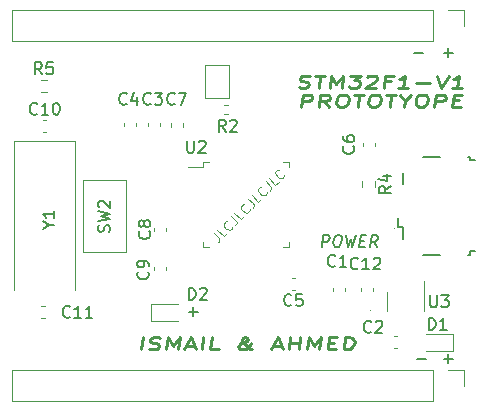
<source format=gbr>
%TF.GenerationSoftware,KiCad,Pcbnew,7.0.5-7.0.5~ubuntu20.04.1*%
%TF.CreationDate,2023-12-02T16:13:28+01:00*%
%TF.ProjectId,ST_prot,53545f70-726f-4742-9e6b-696361645f70,rev?*%
%TF.SameCoordinates,Original*%
%TF.FileFunction,Legend,Top*%
%TF.FilePolarity,Positive*%
%FSLAX46Y46*%
G04 Gerber Fmt 4.6, Leading zero omitted, Abs format (unit mm)*
G04 Created by KiCad (PCBNEW 7.0.5-7.0.5~ubuntu20.04.1) date 2023-12-02 16:13:28*
%MOMM*%
%LPD*%
G01*
G04 APERTURE LIST*
%ADD10C,0.120000*%
%ADD11C,0.150000*%
%ADD12C,0.250000*%
%ADD13C,0.125000*%
G04 APERTURE END LIST*
D10*
X84950000Y-54550000D02*
G75*
G03*
X84950000Y-54550000I-50000J0D01*
G01*
X69773000Y-42164000D02*
G75*
G03*
X69773000Y-42164000I-50000J0D01*
G01*
X86918000Y-47625000D02*
G75*
G03*
X86918000Y-47625000I-50000J0D01*
G01*
D11*
X88773048Y-58673866D02*
X89534953Y-58673866D01*
X69469048Y-54683866D02*
X70230953Y-54683866D01*
X69850000Y-55064819D02*
X69850000Y-54302914D01*
X91059048Y-32763866D02*
X91820953Y-32763866D01*
X91440000Y-33144819D02*
X91440000Y-32382914D01*
D12*
X65451761Y-57853619D02*
X65576761Y-56853619D01*
X66100571Y-57806000D02*
X66308904Y-57853619D01*
X66308904Y-57853619D02*
X66666047Y-57853619D01*
X66666047Y-57853619D02*
X66814857Y-57806000D01*
X66814857Y-57806000D02*
X66892237Y-57758380D01*
X66892237Y-57758380D02*
X66975571Y-57663142D01*
X66975571Y-57663142D02*
X66987476Y-57567904D01*
X66987476Y-57567904D02*
X66927952Y-57472666D01*
X66927952Y-57472666D02*
X66862476Y-57425047D01*
X66862476Y-57425047D02*
X66725571Y-57377428D01*
X66725571Y-57377428D02*
X66445809Y-57329809D01*
X66445809Y-57329809D02*
X66308904Y-57282190D01*
X66308904Y-57282190D02*
X66243428Y-57234571D01*
X66243428Y-57234571D02*
X66183904Y-57139333D01*
X66183904Y-57139333D02*
X66195809Y-57044095D01*
X66195809Y-57044095D02*
X66279142Y-56948857D01*
X66279142Y-56948857D02*
X66356523Y-56901238D01*
X66356523Y-56901238D02*
X66505333Y-56853619D01*
X66505333Y-56853619D02*
X66862476Y-56853619D01*
X66862476Y-56853619D02*
X67070809Y-56901238D01*
X67594618Y-57853619D02*
X67719618Y-56853619D01*
X67719618Y-56853619D02*
X68130332Y-57567904D01*
X68130332Y-57567904D02*
X68719618Y-56853619D01*
X68719618Y-56853619D02*
X68594618Y-57853619D01*
X69273190Y-57567904D02*
X69987475Y-57567904D01*
X69094618Y-57853619D02*
X69719618Y-56853619D01*
X69719618Y-56853619D02*
X70094618Y-57853619D01*
X70594618Y-57853619D02*
X70719618Y-56853619D01*
X72023190Y-57853619D02*
X71308904Y-57853619D01*
X71308904Y-57853619D02*
X71433904Y-56853619D01*
X74880333Y-57853619D02*
X74808904Y-57853619D01*
X74808904Y-57853619D02*
X74671999Y-57806000D01*
X74671999Y-57806000D02*
X74475571Y-57663142D01*
X74475571Y-57663142D02*
X74154142Y-57377428D01*
X74154142Y-57377428D02*
X74029142Y-57234571D01*
X74029142Y-57234571D02*
X73975571Y-57091714D01*
X73975571Y-57091714D02*
X73987476Y-56996476D01*
X73987476Y-56996476D02*
X74070809Y-56901238D01*
X74070809Y-56901238D02*
X74219618Y-56853619D01*
X74219618Y-56853619D02*
X74291047Y-56853619D01*
X74291047Y-56853619D02*
X74427952Y-56901238D01*
X74427952Y-56901238D02*
X74487476Y-56996476D01*
X74487476Y-56996476D02*
X74481523Y-57044095D01*
X74481523Y-57044095D02*
X74398190Y-57139333D01*
X74398190Y-57139333D02*
X74320809Y-57186952D01*
X74320809Y-57186952D02*
X73868428Y-57377428D01*
X73868428Y-57377428D02*
X73791047Y-57425047D01*
X73791047Y-57425047D02*
X73707714Y-57520285D01*
X73707714Y-57520285D02*
X73689857Y-57663142D01*
X73689857Y-57663142D02*
X73749380Y-57758380D01*
X73749380Y-57758380D02*
X73814857Y-57806000D01*
X73814857Y-57806000D02*
X73951761Y-57853619D01*
X73951761Y-57853619D02*
X74166047Y-57853619D01*
X74166047Y-57853619D02*
X74314857Y-57806000D01*
X74314857Y-57806000D02*
X74392237Y-57758380D01*
X74392237Y-57758380D02*
X74630333Y-57567904D01*
X74630333Y-57567904D02*
X74719618Y-57425047D01*
X74719618Y-57425047D02*
X74731523Y-57329809D01*
X76630333Y-57567904D02*
X77344618Y-57567904D01*
X76451761Y-57853619D02*
X77076761Y-56853619D01*
X77076761Y-56853619D02*
X77451761Y-57853619D01*
X77951761Y-57853619D02*
X78076761Y-56853619D01*
X78017237Y-57329809D02*
X78874380Y-57329809D01*
X78808904Y-57853619D02*
X78933904Y-56853619D01*
X79523190Y-57853619D02*
X79648190Y-56853619D01*
X79648190Y-56853619D02*
X80058904Y-57567904D01*
X80058904Y-57567904D02*
X80648190Y-56853619D01*
X80648190Y-56853619D02*
X80523190Y-57853619D01*
X81302952Y-57329809D02*
X81802952Y-57329809D01*
X81951762Y-57853619D02*
X81237476Y-57853619D01*
X81237476Y-57853619D02*
X81362476Y-56853619D01*
X81362476Y-56853619D02*
X82076762Y-56853619D01*
X82594619Y-57853619D02*
X82719619Y-56853619D01*
X82719619Y-56853619D02*
X83076762Y-56853619D01*
X83076762Y-56853619D02*
X83285095Y-56901238D01*
X83285095Y-56901238D02*
X83416048Y-56996476D01*
X83416048Y-56996476D02*
X83475571Y-57091714D01*
X83475571Y-57091714D02*
X83523190Y-57282190D01*
X83523190Y-57282190D02*
X83505333Y-57425047D01*
X83505333Y-57425047D02*
X83410095Y-57615523D01*
X83410095Y-57615523D02*
X83326762Y-57710761D01*
X83326762Y-57710761D02*
X83172000Y-57806000D01*
X83172000Y-57806000D02*
X82951762Y-57853619D01*
X82951762Y-57853619D02*
X82594619Y-57853619D01*
D11*
X88519048Y-32763866D02*
X89280953Y-32763866D01*
X80742523Y-49222819D02*
X80867523Y-48222819D01*
X80867523Y-48222819D02*
X81248476Y-48222819D01*
X81248476Y-48222819D02*
X81337761Y-48270438D01*
X81337761Y-48270438D02*
X81379428Y-48318057D01*
X81379428Y-48318057D02*
X81415142Y-48413295D01*
X81415142Y-48413295D02*
X81397285Y-48556152D01*
X81397285Y-48556152D02*
X81337761Y-48651390D01*
X81337761Y-48651390D02*
X81284190Y-48699009D01*
X81284190Y-48699009D02*
X81183000Y-48746628D01*
X81183000Y-48746628D02*
X80802047Y-48746628D01*
X82058000Y-48222819D02*
X82248476Y-48222819D01*
X82248476Y-48222819D02*
X82337761Y-48270438D01*
X82337761Y-48270438D02*
X82421095Y-48365676D01*
X82421095Y-48365676D02*
X82444904Y-48556152D01*
X82444904Y-48556152D02*
X82403238Y-48889485D01*
X82403238Y-48889485D02*
X82331809Y-49079961D01*
X82331809Y-49079961D02*
X82224666Y-49175200D01*
X82224666Y-49175200D02*
X82123476Y-49222819D01*
X82123476Y-49222819D02*
X81933000Y-49222819D01*
X81933000Y-49222819D02*
X81843714Y-49175200D01*
X81843714Y-49175200D02*
X81760381Y-49079961D01*
X81760381Y-49079961D02*
X81736571Y-48889485D01*
X81736571Y-48889485D02*
X81778238Y-48556152D01*
X81778238Y-48556152D02*
X81849666Y-48365676D01*
X81849666Y-48365676D02*
X81956809Y-48270438D01*
X81956809Y-48270438D02*
X82058000Y-48222819D01*
X82819904Y-48222819D02*
X82933000Y-49222819D01*
X82933000Y-49222819D02*
X83212761Y-48508533D01*
X83212761Y-48508533D02*
X83313952Y-49222819D01*
X83313952Y-49222819D02*
X83677047Y-48222819D01*
X83998476Y-48699009D02*
X84331809Y-48699009D01*
X84409190Y-49222819D02*
X83932999Y-49222819D01*
X83932999Y-49222819D02*
X84057999Y-48222819D01*
X84057999Y-48222819D02*
X84534190Y-48222819D01*
X85409190Y-49222819D02*
X85135380Y-48746628D01*
X84837761Y-49222819D02*
X84962761Y-48222819D01*
X84962761Y-48222819D02*
X85343714Y-48222819D01*
X85343714Y-48222819D02*
X85432999Y-48270438D01*
X85432999Y-48270438D02*
X85474666Y-48318057D01*
X85474666Y-48318057D02*
X85510380Y-48413295D01*
X85510380Y-48413295D02*
X85492523Y-48556152D01*
X85492523Y-48556152D02*
X85432999Y-48651390D01*
X85432999Y-48651390D02*
X85379428Y-48699009D01*
X85379428Y-48699009D02*
X85278238Y-48746628D01*
X85278238Y-48746628D02*
X84897285Y-48746628D01*
D13*
X71627487Y-48024343D02*
X72031548Y-48428404D01*
X72031548Y-48428404D02*
X72085422Y-48536153D01*
X72085422Y-48536153D02*
X72085422Y-48643903D01*
X72085422Y-48643903D02*
X72031548Y-48751653D01*
X72031548Y-48751653D02*
X71977673Y-48805527D01*
X72731920Y-48051280D02*
X72462546Y-48320654D01*
X72462546Y-48320654D02*
X71896861Y-47754969D01*
X73189856Y-47485595D02*
X73189856Y-47539470D01*
X73189856Y-47539470D02*
X73135981Y-47647219D01*
X73135981Y-47647219D02*
X73082106Y-47701094D01*
X73082106Y-47701094D02*
X72974357Y-47754969D01*
X72974357Y-47754969D02*
X72866607Y-47754969D01*
X72866607Y-47754969D02*
X72785795Y-47728031D01*
X72785795Y-47728031D02*
X72651108Y-47647219D01*
X72651108Y-47647219D02*
X72570296Y-47566407D01*
X72570296Y-47566407D02*
X72489484Y-47431720D01*
X72489484Y-47431720D02*
X72462546Y-47350908D01*
X72462546Y-47350908D02*
X72462546Y-47243158D01*
X72462546Y-47243158D02*
X72516421Y-47135409D01*
X72516421Y-47135409D02*
X72570296Y-47081534D01*
X72570296Y-47081534D02*
X72678045Y-47027659D01*
X72678045Y-47027659D02*
X72731920Y-47027659D01*
X73082106Y-46569723D02*
X73486167Y-46973784D01*
X73486167Y-46973784D02*
X73540042Y-47081534D01*
X73540042Y-47081534D02*
X73540042Y-47189283D01*
X73540042Y-47189283D02*
X73486167Y-47297033D01*
X73486167Y-47297033D02*
X73432293Y-47350908D01*
X74186540Y-46596660D02*
X73917166Y-46866034D01*
X73917166Y-46866034D02*
X73351481Y-46300349D01*
X74644476Y-46030975D02*
X74644476Y-46084850D01*
X74644476Y-46084850D02*
X74590601Y-46192599D01*
X74590601Y-46192599D02*
X74536726Y-46246474D01*
X74536726Y-46246474D02*
X74428977Y-46300349D01*
X74428977Y-46300349D02*
X74321227Y-46300349D01*
X74321227Y-46300349D02*
X74240415Y-46273412D01*
X74240415Y-46273412D02*
X74105728Y-46192599D01*
X74105728Y-46192599D02*
X74024916Y-46111787D01*
X74024916Y-46111787D02*
X73944103Y-45977100D01*
X73944103Y-45977100D02*
X73917166Y-45896288D01*
X73917166Y-45896288D02*
X73917166Y-45788538D01*
X73917166Y-45788538D02*
X73971041Y-45680789D01*
X73971041Y-45680789D02*
X74024916Y-45626914D01*
X74024916Y-45626914D02*
X74132665Y-45573039D01*
X74132665Y-45573039D02*
X74186540Y-45573039D01*
X74536726Y-45115103D02*
X74940787Y-45519164D01*
X74940787Y-45519164D02*
X74994662Y-45626914D01*
X74994662Y-45626914D02*
X74994662Y-45734664D01*
X74994662Y-45734664D02*
X74940787Y-45842413D01*
X74940787Y-45842413D02*
X74886912Y-45896288D01*
X75641160Y-45142041D02*
X75371786Y-45411415D01*
X75371786Y-45411415D02*
X74806100Y-44845729D01*
X76099096Y-44576355D02*
X76099096Y-44630230D01*
X76099096Y-44630230D02*
X76045221Y-44737980D01*
X76045221Y-44737980D02*
X75991346Y-44791854D01*
X75991346Y-44791854D02*
X75883596Y-44845729D01*
X75883596Y-44845729D02*
X75775847Y-44845729D01*
X75775847Y-44845729D02*
X75695034Y-44818792D01*
X75695034Y-44818792D02*
X75560347Y-44737980D01*
X75560347Y-44737980D02*
X75479535Y-44657167D01*
X75479535Y-44657167D02*
X75398723Y-44522480D01*
X75398723Y-44522480D02*
X75371786Y-44441668D01*
X75371786Y-44441668D02*
X75371786Y-44333919D01*
X75371786Y-44333919D02*
X75425660Y-44226169D01*
X75425660Y-44226169D02*
X75479535Y-44172294D01*
X75479535Y-44172294D02*
X75587285Y-44118419D01*
X75587285Y-44118419D02*
X75641160Y-44118419D01*
X75991346Y-43660484D02*
X76395407Y-44064545D01*
X76395407Y-44064545D02*
X76449282Y-44172294D01*
X76449282Y-44172294D02*
X76449282Y-44280044D01*
X76449282Y-44280044D02*
X76395407Y-44387793D01*
X76395407Y-44387793D02*
X76341532Y-44441668D01*
X77095779Y-43687421D02*
X76826405Y-43956795D01*
X76826405Y-43956795D02*
X76260720Y-43391109D01*
X77553715Y-43121735D02*
X77553715Y-43175610D01*
X77553715Y-43175610D02*
X77499840Y-43283360D01*
X77499840Y-43283360D02*
X77445966Y-43337235D01*
X77445966Y-43337235D02*
X77338216Y-43391109D01*
X77338216Y-43391109D02*
X77230466Y-43391109D01*
X77230466Y-43391109D02*
X77149654Y-43364172D01*
X77149654Y-43364172D02*
X77014967Y-43283360D01*
X77014967Y-43283360D02*
X76934155Y-43202548D01*
X76934155Y-43202548D02*
X76853343Y-43067861D01*
X76853343Y-43067861D02*
X76826405Y-42987048D01*
X76826405Y-42987048D02*
X76826405Y-42879299D01*
X76826405Y-42879299D02*
X76880280Y-42771549D01*
X76880280Y-42771549D02*
X76934155Y-42717674D01*
X76934155Y-42717674D02*
X77041905Y-42663800D01*
X77041905Y-42663800D02*
X77095779Y-42663800D01*
D11*
X91059048Y-58673866D02*
X91820953Y-58673866D01*
X91440000Y-59054819D02*
X91440000Y-58292914D01*
D12*
X78796430Y-35665000D02*
X79004763Y-35712619D01*
X79004763Y-35712619D02*
X79361906Y-35712619D01*
X79361906Y-35712619D02*
X79510716Y-35665000D01*
X79510716Y-35665000D02*
X79588096Y-35617380D01*
X79588096Y-35617380D02*
X79671430Y-35522142D01*
X79671430Y-35522142D02*
X79683335Y-35426904D01*
X79683335Y-35426904D02*
X79623811Y-35331666D01*
X79623811Y-35331666D02*
X79558335Y-35284047D01*
X79558335Y-35284047D02*
X79421430Y-35236428D01*
X79421430Y-35236428D02*
X79141668Y-35188809D01*
X79141668Y-35188809D02*
X79004763Y-35141190D01*
X79004763Y-35141190D02*
X78939287Y-35093571D01*
X78939287Y-35093571D02*
X78879763Y-34998333D01*
X78879763Y-34998333D02*
X78891668Y-34903095D01*
X78891668Y-34903095D02*
X78975001Y-34807857D01*
X78975001Y-34807857D02*
X79052382Y-34760238D01*
X79052382Y-34760238D02*
X79201192Y-34712619D01*
X79201192Y-34712619D02*
X79558335Y-34712619D01*
X79558335Y-34712619D02*
X79766668Y-34760238D01*
X80201191Y-34712619D02*
X81058334Y-34712619D01*
X80504763Y-35712619D02*
X80629763Y-34712619D01*
X81433334Y-35712619D02*
X81558334Y-34712619D01*
X81558334Y-34712619D02*
X81969048Y-35426904D01*
X81969048Y-35426904D02*
X82558334Y-34712619D01*
X82558334Y-34712619D02*
X82433334Y-35712619D01*
X83129763Y-34712619D02*
X84058334Y-34712619D01*
X84058334Y-34712619D02*
X83510715Y-35093571D01*
X83510715Y-35093571D02*
X83725001Y-35093571D01*
X83725001Y-35093571D02*
X83861906Y-35141190D01*
X83861906Y-35141190D02*
X83927382Y-35188809D01*
X83927382Y-35188809D02*
X83986906Y-35284047D01*
X83986906Y-35284047D02*
X83957144Y-35522142D01*
X83957144Y-35522142D02*
X83873810Y-35617380D01*
X83873810Y-35617380D02*
X83796430Y-35665000D01*
X83796430Y-35665000D02*
X83647620Y-35712619D01*
X83647620Y-35712619D02*
X83219049Y-35712619D01*
X83219049Y-35712619D02*
X83082144Y-35665000D01*
X83082144Y-35665000D02*
X83016668Y-35617380D01*
X84617858Y-34807857D02*
X84695239Y-34760238D01*
X84695239Y-34760238D02*
X84844048Y-34712619D01*
X84844048Y-34712619D02*
X85201191Y-34712619D01*
X85201191Y-34712619D02*
X85338096Y-34760238D01*
X85338096Y-34760238D02*
X85403572Y-34807857D01*
X85403572Y-34807857D02*
X85463096Y-34903095D01*
X85463096Y-34903095D02*
X85451191Y-34998333D01*
X85451191Y-34998333D02*
X85361905Y-35141190D01*
X85361905Y-35141190D02*
X84433334Y-35712619D01*
X84433334Y-35712619D02*
X85361905Y-35712619D01*
X86570238Y-35188809D02*
X86070238Y-35188809D01*
X86004762Y-35712619D02*
X86129762Y-34712619D01*
X86129762Y-34712619D02*
X86844048Y-34712619D01*
X88076190Y-35712619D02*
X87219047Y-35712619D01*
X87647619Y-35712619D02*
X87772619Y-34712619D01*
X87772619Y-34712619D02*
X87611905Y-34855476D01*
X87611905Y-34855476D02*
X87457143Y-34950714D01*
X87457143Y-34950714D02*
X87308333Y-34998333D01*
X88766666Y-35331666D02*
X89909523Y-35331666D01*
X90486904Y-34712619D02*
X90861904Y-35712619D01*
X90861904Y-35712619D02*
X91486904Y-34712619D01*
X92647618Y-35712619D02*
X91790475Y-35712619D01*
X92219047Y-35712619D02*
X92344047Y-34712619D01*
X92344047Y-34712619D02*
X92183333Y-34855476D01*
X92183333Y-34855476D02*
X92028571Y-34950714D01*
X92028571Y-34950714D02*
X91879761Y-34998333D01*
X79004761Y-37322619D02*
X79129761Y-36322619D01*
X79129761Y-36322619D02*
X79701190Y-36322619D01*
X79701190Y-36322619D02*
X79838094Y-36370238D01*
X79838094Y-36370238D02*
X79903571Y-36417857D01*
X79903571Y-36417857D02*
X79963094Y-36513095D01*
X79963094Y-36513095D02*
X79945237Y-36655952D01*
X79945237Y-36655952D02*
X79861904Y-36751190D01*
X79861904Y-36751190D02*
X79784523Y-36798809D01*
X79784523Y-36798809D02*
X79635713Y-36846428D01*
X79635713Y-36846428D02*
X79064285Y-36846428D01*
X81361904Y-37322619D02*
X80921428Y-36846428D01*
X80504761Y-37322619D02*
X80629761Y-36322619D01*
X80629761Y-36322619D02*
X81201190Y-36322619D01*
X81201190Y-36322619D02*
X81338094Y-36370238D01*
X81338094Y-36370238D02*
X81403571Y-36417857D01*
X81403571Y-36417857D02*
X81463094Y-36513095D01*
X81463094Y-36513095D02*
X81445237Y-36655952D01*
X81445237Y-36655952D02*
X81361904Y-36751190D01*
X81361904Y-36751190D02*
X81284523Y-36798809D01*
X81284523Y-36798809D02*
X81135713Y-36846428D01*
X81135713Y-36846428D02*
X80564285Y-36846428D01*
X82415475Y-36322619D02*
X82701190Y-36322619D01*
X82701190Y-36322619D02*
X82838094Y-36370238D01*
X82838094Y-36370238D02*
X82969047Y-36465476D01*
X82969047Y-36465476D02*
X83016666Y-36655952D01*
X83016666Y-36655952D02*
X82974999Y-36989285D01*
X82974999Y-36989285D02*
X82879761Y-37179761D01*
X82879761Y-37179761D02*
X82724999Y-37275000D01*
X82724999Y-37275000D02*
X82576190Y-37322619D01*
X82576190Y-37322619D02*
X82290475Y-37322619D01*
X82290475Y-37322619D02*
X82153571Y-37275000D01*
X82153571Y-37275000D02*
X82022618Y-37179761D01*
X82022618Y-37179761D02*
X81974999Y-36989285D01*
X81974999Y-36989285D02*
X82016666Y-36655952D01*
X82016666Y-36655952D02*
X82111904Y-36465476D01*
X82111904Y-36465476D02*
X82266666Y-36370238D01*
X82266666Y-36370238D02*
X82415475Y-36322619D01*
X83486904Y-36322619D02*
X84344047Y-36322619D01*
X83790476Y-37322619D02*
X83915476Y-36322619D01*
X85129761Y-36322619D02*
X85415476Y-36322619D01*
X85415476Y-36322619D02*
X85552380Y-36370238D01*
X85552380Y-36370238D02*
X85683333Y-36465476D01*
X85683333Y-36465476D02*
X85730952Y-36655952D01*
X85730952Y-36655952D02*
X85689285Y-36989285D01*
X85689285Y-36989285D02*
X85594047Y-37179761D01*
X85594047Y-37179761D02*
X85439285Y-37275000D01*
X85439285Y-37275000D02*
X85290476Y-37322619D01*
X85290476Y-37322619D02*
X85004761Y-37322619D01*
X85004761Y-37322619D02*
X84867857Y-37275000D01*
X84867857Y-37275000D02*
X84736904Y-37179761D01*
X84736904Y-37179761D02*
X84689285Y-36989285D01*
X84689285Y-36989285D02*
X84730952Y-36655952D01*
X84730952Y-36655952D02*
X84826190Y-36465476D01*
X84826190Y-36465476D02*
X84980952Y-36370238D01*
X84980952Y-36370238D02*
X85129761Y-36322619D01*
X86201190Y-36322619D02*
X87058333Y-36322619D01*
X86504762Y-37322619D02*
X86629762Y-36322619D01*
X87778571Y-36846428D02*
X87719047Y-37322619D01*
X87344047Y-36322619D02*
X87778571Y-36846428D01*
X87778571Y-36846428D02*
X88344047Y-36322619D01*
X89129761Y-36322619D02*
X89415476Y-36322619D01*
X89415476Y-36322619D02*
X89552380Y-36370238D01*
X89552380Y-36370238D02*
X89683333Y-36465476D01*
X89683333Y-36465476D02*
X89730952Y-36655952D01*
X89730952Y-36655952D02*
X89689285Y-36989285D01*
X89689285Y-36989285D02*
X89594047Y-37179761D01*
X89594047Y-37179761D02*
X89439285Y-37275000D01*
X89439285Y-37275000D02*
X89290476Y-37322619D01*
X89290476Y-37322619D02*
X89004761Y-37322619D01*
X89004761Y-37322619D02*
X88867857Y-37275000D01*
X88867857Y-37275000D02*
X88736904Y-37179761D01*
X88736904Y-37179761D02*
X88689285Y-36989285D01*
X88689285Y-36989285D02*
X88730952Y-36655952D01*
X88730952Y-36655952D02*
X88826190Y-36465476D01*
X88826190Y-36465476D02*
X88980952Y-36370238D01*
X88980952Y-36370238D02*
X89129761Y-36322619D01*
X90290476Y-37322619D02*
X90415476Y-36322619D01*
X90415476Y-36322619D02*
X90986905Y-36322619D01*
X90986905Y-36322619D02*
X91123809Y-36370238D01*
X91123809Y-36370238D02*
X91189286Y-36417857D01*
X91189286Y-36417857D02*
X91248809Y-36513095D01*
X91248809Y-36513095D02*
X91230952Y-36655952D01*
X91230952Y-36655952D02*
X91147619Y-36751190D01*
X91147619Y-36751190D02*
X91070238Y-36798809D01*
X91070238Y-36798809D02*
X90921428Y-36846428D01*
X90921428Y-36846428D02*
X90350000Y-36846428D01*
X91855952Y-36798809D02*
X92355952Y-36798809D01*
X92504762Y-37322619D02*
X91790476Y-37322619D01*
X91790476Y-37322619D02*
X91915476Y-36322619D01*
X91915476Y-36322619D02*
X92629762Y-36322619D01*
D11*
%TO.C,C1*%
X81875333Y-50778580D02*
X81827714Y-50826200D01*
X81827714Y-50826200D02*
X81684857Y-50873819D01*
X81684857Y-50873819D02*
X81589619Y-50873819D01*
X81589619Y-50873819D02*
X81446762Y-50826200D01*
X81446762Y-50826200D02*
X81351524Y-50730961D01*
X81351524Y-50730961D02*
X81303905Y-50635723D01*
X81303905Y-50635723D02*
X81256286Y-50445247D01*
X81256286Y-50445247D02*
X81256286Y-50302390D01*
X81256286Y-50302390D02*
X81303905Y-50111914D01*
X81303905Y-50111914D02*
X81351524Y-50016676D01*
X81351524Y-50016676D02*
X81446762Y-49921438D01*
X81446762Y-49921438D02*
X81589619Y-49873819D01*
X81589619Y-49873819D02*
X81684857Y-49873819D01*
X81684857Y-49873819D02*
X81827714Y-49921438D01*
X81827714Y-49921438D02*
X81875333Y-49969057D01*
X82827714Y-50873819D02*
X82256286Y-50873819D01*
X82542000Y-50873819D02*
X82542000Y-49873819D01*
X82542000Y-49873819D02*
X82446762Y-50016676D01*
X82446762Y-50016676D02*
X82351524Y-50111914D01*
X82351524Y-50111914D02*
X82256286Y-50159533D01*
%TO.C,C2*%
X84923333Y-56366580D02*
X84875714Y-56414200D01*
X84875714Y-56414200D02*
X84732857Y-56461819D01*
X84732857Y-56461819D02*
X84637619Y-56461819D01*
X84637619Y-56461819D02*
X84494762Y-56414200D01*
X84494762Y-56414200D02*
X84399524Y-56318961D01*
X84399524Y-56318961D02*
X84351905Y-56223723D01*
X84351905Y-56223723D02*
X84304286Y-56033247D01*
X84304286Y-56033247D02*
X84304286Y-55890390D01*
X84304286Y-55890390D02*
X84351905Y-55699914D01*
X84351905Y-55699914D02*
X84399524Y-55604676D01*
X84399524Y-55604676D02*
X84494762Y-55509438D01*
X84494762Y-55509438D02*
X84637619Y-55461819D01*
X84637619Y-55461819D02*
X84732857Y-55461819D01*
X84732857Y-55461819D02*
X84875714Y-55509438D01*
X84875714Y-55509438D02*
X84923333Y-55557057D01*
X85304286Y-55557057D02*
X85351905Y-55509438D01*
X85351905Y-55509438D02*
X85447143Y-55461819D01*
X85447143Y-55461819D02*
X85685238Y-55461819D01*
X85685238Y-55461819D02*
X85780476Y-55509438D01*
X85780476Y-55509438D02*
X85828095Y-55557057D01*
X85828095Y-55557057D02*
X85875714Y-55652295D01*
X85875714Y-55652295D02*
X85875714Y-55747533D01*
X85875714Y-55747533D02*
X85828095Y-55890390D01*
X85828095Y-55890390D02*
X85256667Y-56461819D01*
X85256667Y-56461819D02*
X85875714Y-56461819D01*
%TO.C,C3*%
X66254333Y-37062580D02*
X66206714Y-37110200D01*
X66206714Y-37110200D02*
X66063857Y-37157819D01*
X66063857Y-37157819D02*
X65968619Y-37157819D01*
X65968619Y-37157819D02*
X65825762Y-37110200D01*
X65825762Y-37110200D02*
X65730524Y-37014961D01*
X65730524Y-37014961D02*
X65682905Y-36919723D01*
X65682905Y-36919723D02*
X65635286Y-36729247D01*
X65635286Y-36729247D02*
X65635286Y-36586390D01*
X65635286Y-36586390D02*
X65682905Y-36395914D01*
X65682905Y-36395914D02*
X65730524Y-36300676D01*
X65730524Y-36300676D02*
X65825762Y-36205438D01*
X65825762Y-36205438D02*
X65968619Y-36157819D01*
X65968619Y-36157819D02*
X66063857Y-36157819D01*
X66063857Y-36157819D02*
X66206714Y-36205438D01*
X66206714Y-36205438D02*
X66254333Y-36253057D01*
X66587667Y-36157819D02*
X67206714Y-36157819D01*
X67206714Y-36157819D02*
X66873381Y-36538771D01*
X66873381Y-36538771D02*
X67016238Y-36538771D01*
X67016238Y-36538771D02*
X67111476Y-36586390D01*
X67111476Y-36586390D02*
X67159095Y-36634009D01*
X67159095Y-36634009D02*
X67206714Y-36729247D01*
X67206714Y-36729247D02*
X67206714Y-36967342D01*
X67206714Y-36967342D02*
X67159095Y-37062580D01*
X67159095Y-37062580D02*
X67111476Y-37110200D01*
X67111476Y-37110200D02*
X67016238Y-37157819D01*
X67016238Y-37157819D02*
X66730524Y-37157819D01*
X66730524Y-37157819D02*
X66635286Y-37110200D01*
X66635286Y-37110200D02*
X66587667Y-37062580D01*
%TO.C,C4*%
X64222333Y-37062580D02*
X64174714Y-37110200D01*
X64174714Y-37110200D02*
X64031857Y-37157819D01*
X64031857Y-37157819D02*
X63936619Y-37157819D01*
X63936619Y-37157819D02*
X63793762Y-37110200D01*
X63793762Y-37110200D02*
X63698524Y-37014961D01*
X63698524Y-37014961D02*
X63650905Y-36919723D01*
X63650905Y-36919723D02*
X63603286Y-36729247D01*
X63603286Y-36729247D02*
X63603286Y-36586390D01*
X63603286Y-36586390D02*
X63650905Y-36395914D01*
X63650905Y-36395914D02*
X63698524Y-36300676D01*
X63698524Y-36300676D02*
X63793762Y-36205438D01*
X63793762Y-36205438D02*
X63936619Y-36157819D01*
X63936619Y-36157819D02*
X64031857Y-36157819D01*
X64031857Y-36157819D02*
X64174714Y-36205438D01*
X64174714Y-36205438D02*
X64222333Y-36253057D01*
X65079476Y-36491152D02*
X65079476Y-37157819D01*
X64841381Y-36110200D02*
X64603286Y-36824485D01*
X64603286Y-36824485D02*
X65222333Y-36824485D01*
%TO.C,C5*%
X78179333Y-54113580D02*
X78131714Y-54161200D01*
X78131714Y-54161200D02*
X77988857Y-54208819D01*
X77988857Y-54208819D02*
X77893619Y-54208819D01*
X77893619Y-54208819D02*
X77750762Y-54161200D01*
X77750762Y-54161200D02*
X77655524Y-54065961D01*
X77655524Y-54065961D02*
X77607905Y-53970723D01*
X77607905Y-53970723D02*
X77560286Y-53780247D01*
X77560286Y-53780247D02*
X77560286Y-53637390D01*
X77560286Y-53637390D02*
X77607905Y-53446914D01*
X77607905Y-53446914D02*
X77655524Y-53351676D01*
X77655524Y-53351676D02*
X77750762Y-53256438D01*
X77750762Y-53256438D02*
X77893619Y-53208819D01*
X77893619Y-53208819D02*
X77988857Y-53208819D01*
X77988857Y-53208819D02*
X78131714Y-53256438D01*
X78131714Y-53256438D02*
X78179333Y-53304057D01*
X79084095Y-53208819D02*
X78607905Y-53208819D01*
X78607905Y-53208819D02*
X78560286Y-53685009D01*
X78560286Y-53685009D02*
X78607905Y-53637390D01*
X78607905Y-53637390D02*
X78703143Y-53589771D01*
X78703143Y-53589771D02*
X78941238Y-53589771D01*
X78941238Y-53589771D02*
X79036476Y-53637390D01*
X79036476Y-53637390D02*
X79084095Y-53685009D01*
X79084095Y-53685009D02*
X79131714Y-53780247D01*
X79131714Y-53780247D02*
X79131714Y-54018342D01*
X79131714Y-54018342D02*
X79084095Y-54113580D01*
X79084095Y-54113580D02*
X79036476Y-54161200D01*
X79036476Y-54161200D02*
X78941238Y-54208819D01*
X78941238Y-54208819D02*
X78703143Y-54208819D01*
X78703143Y-54208819D02*
X78607905Y-54161200D01*
X78607905Y-54161200D02*
X78560286Y-54113580D01*
%TO.C,C6*%
X83417580Y-40679666D02*
X83465200Y-40727285D01*
X83465200Y-40727285D02*
X83512819Y-40870142D01*
X83512819Y-40870142D02*
X83512819Y-40965380D01*
X83512819Y-40965380D02*
X83465200Y-41108237D01*
X83465200Y-41108237D02*
X83369961Y-41203475D01*
X83369961Y-41203475D02*
X83274723Y-41251094D01*
X83274723Y-41251094D02*
X83084247Y-41298713D01*
X83084247Y-41298713D02*
X82941390Y-41298713D01*
X82941390Y-41298713D02*
X82750914Y-41251094D01*
X82750914Y-41251094D02*
X82655676Y-41203475D01*
X82655676Y-41203475D02*
X82560438Y-41108237D01*
X82560438Y-41108237D02*
X82512819Y-40965380D01*
X82512819Y-40965380D02*
X82512819Y-40870142D01*
X82512819Y-40870142D02*
X82560438Y-40727285D01*
X82560438Y-40727285D02*
X82608057Y-40679666D01*
X82512819Y-39822523D02*
X82512819Y-40012999D01*
X82512819Y-40012999D02*
X82560438Y-40108237D01*
X82560438Y-40108237D02*
X82608057Y-40155856D01*
X82608057Y-40155856D02*
X82750914Y-40251094D01*
X82750914Y-40251094D02*
X82941390Y-40298713D01*
X82941390Y-40298713D02*
X83322342Y-40298713D01*
X83322342Y-40298713D02*
X83417580Y-40251094D01*
X83417580Y-40251094D02*
X83465200Y-40203475D01*
X83465200Y-40203475D02*
X83512819Y-40108237D01*
X83512819Y-40108237D02*
X83512819Y-39917761D01*
X83512819Y-39917761D02*
X83465200Y-39822523D01*
X83465200Y-39822523D02*
X83417580Y-39774904D01*
X83417580Y-39774904D02*
X83322342Y-39727285D01*
X83322342Y-39727285D02*
X83084247Y-39727285D01*
X83084247Y-39727285D02*
X82989009Y-39774904D01*
X82989009Y-39774904D02*
X82941390Y-39822523D01*
X82941390Y-39822523D02*
X82893771Y-39917761D01*
X82893771Y-39917761D02*
X82893771Y-40108237D01*
X82893771Y-40108237D02*
X82941390Y-40203475D01*
X82941390Y-40203475D02*
X82989009Y-40251094D01*
X82989009Y-40251094D02*
X83084247Y-40298713D01*
%TO.C,C7*%
X68286333Y-37062580D02*
X68238714Y-37110200D01*
X68238714Y-37110200D02*
X68095857Y-37157819D01*
X68095857Y-37157819D02*
X68000619Y-37157819D01*
X68000619Y-37157819D02*
X67857762Y-37110200D01*
X67857762Y-37110200D02*
X67762524Y-37014961D01*
X67762524Y-37014961D02*
X67714905Y-36919723D01*
X67714905Y-36919723D02*
X67667286Y-36729247D01*
X67667286Y-36729247D02*
X67667286Y-36586390D01*
X67667286Y-36586390D02*
X67714905Y-36395914D01*
X67714905Y-36395914D02*
X67762524Y-36300676D01*
X67762524Y-36300676D02*
X67857762Y-36205438D01*
X67857762Y-36205438D02*
X68000619Y-36157819D01*
X68000619Y-36157819D02*
X68095857Y-36157819D01*
X68095857Y-36157819D02*
X68238714Y-36205438D01*
X68238714Y-36205438D02*
X68286333Y-36253057D01*
X68619667Y-36157819D02*
X69286333Y-36157819D01*
X69286333Y-36157819D02*
X68857762Y-37157819D01*
%TO.C,C8*%
X66145580Y-47892666D02*
X66193200Y-47940285D01*
X66193200Y-47940285D02*
X66240819Y-48083142D01*
X66240819Y-48083142D02*
X66240819Y-48178380D01*
X66240819Y-48178380D02*
X66193200Y-48321237D01*
X66193200Y-48321237D02*
X66097961Y-48416475D01*
X66097961Y-48416475D02*
X66002723Y-48464094D01*
X66002723Y-48464094D02*
X65812247Y-48511713D01*
X65812247Y-48511713D02*
X65669390Y-48511713D01*
X65669390Y-48511713D02*
X65478914Y-48464094D01*
X65478914Y-48464094D02*
X65383676Y-48416475D01*
X65383676Y-48416475D02*
X65288438Y-48321237D01*
X65288438Y-48321237D02*
X65240819Y-48178380D01*
X65240819Y-48178380D02*
X65240819Y-48083142D01*
X65240819Y-48083142D02*
X65288438Y-47940285D01*
X65288438Y-47940285D02*
X65336057Y-47892666D01*
X65669390Y-47321237D02*
X65621771Y-47416475D01*
X65621771Y-47416475D02*
X65574152Y-47464094D01*
X65574152Y-47464094D02*
X65478914Y-47511713D01*
X65478914Y-47511713D02*
X65431295Y-47511713D01*
X65431295Y-47511713D02*
X65336057Y-47464094D01*
X65336057Y-47464094D02*
X65288438Y-47416475D01*
X65288438Y-47416475D02*
X65240819Y-47321237D01*
X65240819Y-47321237D02*
X65240819Y-47130761D01*
X65240819Y-47130761D02*
X65288438Y-47035523D01*
X65288438Y-47035523D02*
X65336057Y-46987904D01*
X65336057Y-46987904D02*
X65431295Y-46940285D01*
X65431295Y-46940285D02*
X65478914Y-46940285D01*
X65478914Y-46940285D02*
X65574152Y-46987904D01*
X65574152Y-46987904D02*
X65621771Y-47035523D01*
X65621771Y-47035523D02*
X65669390Y-47130761D01*
X65669390Y-47130761D02*
X65669390Y-47321237D01*
X65669390Y-47321237D02*
X65717009Y-47416475D01*
X65717009Y-47416475D02*
X65764628Y-47464094D01*
X65764628Y-47464094D02*
X65859866Y-47511713D01*
X65859866Y-47511713D02*
X66050342Y-47511713D01*
X66050342Y-47511713D02*
X66145580Y-47464094D01*
X66145580Y-47464094D02*
X66193200Y-47416475D01*
X66193200Y-47416475D02*
X66240819Y-47321237D01*
X66240819Y-47321237D02*
X66240819Y-47130761D01*
X66240819Y-47130761D02*
X66193200Y-47035523D01*
X66193200Y-47035523D02*
X66145580Y-46987904D01*
X66145580Y-46987904D02*
X66050342Y-46940285D01*
X66050342Y-46940285D02*
X65859866Y-46940285D01*
X65859866Y-46940285D02*
X65764628Y-46987904D01*
X65764628Y-46987904D02*
X65717009Y-47035523D01*
X65717009Y-47035523D02*
X65669390Y-47130761D01*
%TO.C,C10*%
X56647142Y-37918580D02*
X56599523Y-37966200D01*
X56599523Y-37966200D02*
X56456666Y-38013819D01*
X56456666Y-38013819D02*
X56361428Y-38013819D01*
X56361428Y-38013819D02*
X56218571Y-37966200D01*
X56218571Y-37966200D02*
X56123333Y-37870961D01*
X56123333Y-37870961D02*
X56075714Y-37775723D01*
X56075714Y-37775723D02*
X56028095Y-37585247D01*
X56028095Y-37585247D02*
X56028095Y-37442390D01*
X56028095Y-37442390D02*
X56075714Y-37251914D01*
X56075714Y-37251914D02*
X56123333Y-37156676D01*
X56123333Y-37156676D02*
X56218571Y-37061438D01*
X56218571Y-37061438D02*
X56361428Y-37013819D01*
X56361428Y-37013819D02*
X56456666Y-37013819D01*
X56456666Y-37013819D02*
X56599523Y-37061438D01*
X56599523Y-37061438D02*
X56647142Y-37109057D01*
X57599523Y-38013819D02*
X57028095Y-38013819D01*
X57313809Y-38013819D02*
X57313809Y-37013819D01*
X57313809Y-37013819D02*
X57218571Y-37156676D01*
X57218571Y-37156676D02*
X57123333Y-37251914D01*
X57123333Y-37251914D02*
X57028095Y-37299533D01*
X58218571Y-37013819D02*
X58313809Y-37013819D01*
X58313809Y-37013819D02*
X58409047Y-37061438D01*
X58409047Y-37061438D02*
X58456666Y-37109057D01*
X58456666Y-37109057D02*
X58504285Y-37204295D01*
X58504285Y-37204295D02*
X58551904Y-37394771D01*
X58551904Y-37394771D02*
X58551904Y-37632866D01*
X58551904Y-37632866D02*
X58504285Y-37823342D01*
X58504285Y-37823342D02*
X58456666Y-37918580D01*
X58456666Y-37918580D02*
X58409047Y-37966200D01*
X58409047Y-37966200D02*
X58313809Y-38013819D01*
X58313809Y-38013819D02*
X58218571Y-38013819D01*
X58218571Y-38013819D02*
X58123333Y-37966200D01*
X58123333Y-37966200D02*
X58075714Y-37918580D01*
X58075714Y-37918580D02*
X58028095Y-37823342D01*
X58028095Y-37823342D02*
X57980476Y-37632866D01*
X57980476Y-37632866D02*
X57980476Y-37394771D01*
X57980476Y-37394771D02*
X58028095Y-37204295D01*
X58028095Y-37204295D02*
X58075714Y-37109057D01*
X58075714Y-37109057D02*
X58123333Y-37061438D01*
X58123333Y-37061438D02*
X58218571Y-37013819D01*
%TO.C,C11*%
X59428142Y-55096580D02*
X59380523Y-55144200D01*
X59380523Y-55144200D02*
X59237666Y-55191819D01*
X59237666Y-55191819D02*
X59142428Y-55191819D01*
X59142428Y-55191819D02*
X58999571Y-55144200D01*
X58999571Y-55144200D02*
X58904333Y-55048961D01*
X58904333Y-55048961D02*
X58856714Y-54953723D01*
X58856714Y-54953723D02*
X58809095Y-54763247D01*
X58809095Y-54763247D02*
X58809095Y-54620390D01*
X58809095Y-54620390D02*
X58856714Y-54429914D01*
X58856714Y-54429914D02*
X58904333Y-54334676D01*
X58904333Y-54334676D02*
X58999571Y-54239438D01*
X58999571Y-54239438D02*
X59142428Y-54191819D01*
X59142428Y-54191819D02*
X59237666Y-54191819D01*
X59237666Y-54191819D02*
X59380523Y-54239438D01*
X59380523Y-54239438D02*
X59428142Y-54287057D01*
X60380523Y-55191819D02*
X59809095Y-55191819D01*
X60094809Y-55191819D02*
X60094809Y-54191819D01*
X60094809Y-54191819D02*
X59999571Y-54334676D01*
X59999571Y-54334676D02*
X59904333Y-54429914D01*
X59904333Y-54429914D02*
X59809095Y-54477533D01*
X61332904Y-55191819D02*
X60761476Y-55191819D01*
X61047190Y-55191819D02*
X61047190Y-54191819D01*
X61047190Y-54191819D02*
X60951952Y-54334676D01*
X60951952Y-54334676D02*
X60856714Y-54429914D01*
X60856714Y-54429914D02*
X60761476Y-54477533D01*
%TO.C,D1*%
X89812905Y-56207819D02*
X89812905Y-55207819D01*
X89812905Y-55207819D02*
X90051000Y-55207819D01*
X90051000Y-55207819D02*
X90193857Y-55255438D01*
X90193857Y-55255438D02*
X90289095Y-55350676D01*
X90289095Y-55350676D02*
X90336714Y-55445914D01*
X90336714Y-55445914D02*
X90384333Y-55636390D01*
X90384333Y-55636390D02*
X90384333Y-55779247D01*
X90384333Y-55779247D02*
X90336714Y-55969723D01*
X90336714Y-55969723D02*
X90289095Y-56064961D01*
X90289095Y-56064961D02*
X90193857Y-56160200D01*
X90193857Y-56160200D02*
X90051000Y-56207819D01*
X90051000Y-56207819D02*
X89812905Y-56207819D01*
X91336714Y-56207819D02*
X90765286Y-56207819D01*
X91051000Y-56207819D02*
X91051000Y-55207819D01*
X91051000Y-55207819D02*
X90955762Y-55350676D01*
X90955762Y-55350676D02*
X90860524Y-55445914D01*
X90860524Y-55445914D02*
X90765286Y-55493533D01*
%TO.C,D2*%
X69492905Y-53667819D02*
X69492905Y-52667819D01*
X69492905Y-52667819D02*
X69731000Y-52667819D01*
X69731000Y-52667819D02*
X69873857Y-52715438D01*
X69873857Y-52715438D02*
X69969095Y-52810676D01*
X69969095Y-52810676D02*
X70016714Y-52905914D01*
X70016714Y-52905914D02*
X70064333Y-53096390D01*
X70064333Y-53096390D02*
X70064333Y-53239247D01*
X70064333Y-53239247D02*
X70016714Y-53429723D01*
X70016714Y-53429723D02*
X69969095Y-53524961D01*
X69969095Y-53524961D02*
X69873857Y-53620200D01*
X69873857Y-53620200D02*
X69731000Y-53667819D01*
X69731000Y-53667819D02*
X69492905Y-53667819D01*
X70445286Y-52763057D02*
X70492905Y-52715438D01*
X70492905Y-52715438D02*
X70588143Y-52667819D01*
X70588143Y-52667819D02*
X70826238Y-52667819D01*
X70826238Y-52667819D02*
X70921476Y-52715438D01*
X70921476Y-52715438D02*
X70969095Y-52763057D01*
X70969095Y-52763057D02*
X71016714Y-52858295D01*
X71016714Y-52858295D02*
X71016714Y-52953533D01*
X71016714Y-52953533D02*
X70969095Y-53096390D01*
X70969095Y-53096390D02*
X70397667Y-53667819D01*
X70397667Y-53667819D02*
X71016714Y-53667819D01*
%TO.C,R2*%
X72606333Y-39443819D02*
X72273000Y-38967628D01*
X72034905Y-39443819D02*
X72034905Y-38443819D01*
X72034905Y-38443819D02*
X72415857Y-38443819D01*
X72415857Y-38443819D02*
X72511095Y-38491438D01*
X72511095Y-38491438D02*
X72558714Y-38539057D01*
X72558714Y-38539057D02*
X72606333Y-38634295D01*
X72606333Y-38634295D02*
X72606333Y-38777152D01*
X72606333Y-38777152D02*
X72558714Y-38872390D01*
X72558714Y-38872390D02*
X72511095Y-38920009D01*
X72511095Y-38920009D02*
X72415857Y-38967628D01*
X72415857Y-38967628D02*
X72034905Y-38967628D01*
X72987286Y-38539057D02*
X73034905Y-38491438D01*
X73034905Y-38491438D02*
X73130143Y-38443819D01*
X73130143Y-38443819D02*
X73368238Y-38443819D01*
X73368238Y-38443819D02*
X73463476Y-38491438D01*
X73463476Y-38491438D02*
X73511095Y-38539057D01*
X73511095Y-38539057D02*
X73558714Y-38634295D01*
X73558714Y-38634295D02*
X73558714Y-38729533D01*
X73558714Y-38729533D02*
X73511095Y-38872390D01*
X73511095Y-38872390D02*
X72939667Y-39443819D01*
X72939667Y-39443819D02*
X73558714Y-39443819D01*
%TO.C,U2*%
X69342095Y-40221819D02*
X69342095Y-41031342D01*
X69342095Y-41031342D02*
X69389714Y-41126580D01*
X69389714Y-41126580D02*
X69437333Y-41174200D01*
X69437333Y-41174200D02*
X69532571Y-41221819D01*
X69532571Y-41221819D02*
X69723047Y-41221819D01*
X69723047Y-41221819D02*
X69818285Y-41174200D01*
X69818285Y-41174200D02*
X69865904Y-41126580D01*
X69865904Y-41126580D02*
X69913523Y-41031342D01*
X69913523Y-41031342D02*
X69913523Y-40221819D01*
X70342095Y-40317057D02*
X70389714Y-40269438D01*
X70389714Y-40269438D02*
X70484952Y-40221819D01*
X70484952Y-40221819D02*
X70723047Y-40221819D01*
X70723047Y-40221819D02*
X70818285Y-40269438D01*
X70818285Y-40269438D02*
X70865904Y-40317057D01*
X70865904Y-40317057D02*
X70913523Y-40412295D01*
X70913523Y-40412295D02*
X70913523Y-40507533D01*
X70913523Y-40507533D02*
X70865904Y-40650390D01*
X70865904Y-40650390D02*
X70294476Y-41221819D01*
X70294476Y-41221819D02*
X70913523Y-41221819D01*
%TO.C,Y1*%
X57636628Y-47339190D02*
X58112819Y-47339190D01*
X57112819Y-47672523D02*
X57636628Y-47339190D01*
X57636628Y-47339190D02*
X57112819Y-47005857D01*
X58112819Y-46148714D02*
X58112819Y-46720142D01*
X58112819Y-46434428D02*
X57112819Y-46434428D01*
X57112819Y-46434428D02*
X57255676Y-46529666D01*
X57255676Y-46529666D02*
X57350914Y-46624904D01*
X57350914Y-46624904D02*
X57398533Y-46720142D01*
%TO.C,C9*%
X66018580Y-51321666D02*
X66066200Y-51369285D01*
X66066200Y-51369285D02*
X66113819Y-51512142D01*
X66113819Y-51512142D02*
X66113819Y-51607380D01*
X66113819Y-51607380D02*
X66066200Y-51750237D01*
X66066200Y-51750237D02*
X65970961Y-51845475D01*
X65970961Y-51845475D02*
X65875723Y-51893094D01*
X65875723Y-51893094D02*
X65685247Y-51940713D01*
X65685247Y-51940713D02*
X65542390Y-51940713D01*
X65542390Y-51940713D02*
X65351914Y-51893094D01*
X65351914Y-51893094D02*
X65256676Y-51845475D01*
X65256676Y-51845475D02*
X65161438Y-51750237D01*
X65161438Y-51750237D02*
X65113819Y-51607380D01*
X65113819Y-51607380D02*
X65113819Y-51512142D01*
X65113819Y-51512142D02*
X65161438Y-51369285D01*
X65161438Y-51369285D02*
X65209057Y-51321666D01*
X66113819Y-50845475D02*
X66113819Y-50654999D01*
X66113819Y-50654999D02*
X66066200Y-50559761D01*
X66066200Y-50559761D02*
X66018580Y-50512142D01*
X66018580Y-50512142D02*
X65875723Y-50416904D01*
X65875723Y-50416904D02*
X65685247Y-50369285D01*
X65685247Y-50369285D02*
X65304295Y-50369285D01*
X65304295Y-50369285D02*
X65209057Y-50416904D01*
X65209057Y-50416904D02*
X65161438Y-50464523D01*
X65161438Y-50464523D02*
X65113819Y-50559761D01*
X65113819Y-50559761D02*
X65113819Y-50750237D01*
X65113819Y-50750237D02*
X65161438Y-50845475D01*
X65161438Y-50845475D02*
X65209057Y-50893094D01*
X65209057Y-50893094D02*
X65304295Y-50940713D01*
X65304295Y-50940713D02*
X65542390Y-50940713D01*
X65542390Y-50940713D02*
X65637628Y-50893094D01*
X65637628Y-50893094D02*
X65685247Y-50845475D01*
X65685247Y-50845475D02*
X65732866Y-50750237D01*
X65732866Y-50750237D02*
X65732866Y-50559761D01*
X65732866Y-50559761D02*
X65685247Y-50464523D01*
X65685247Y-50464523D02*
X65637628Y-50416904D01*
X65637628Y-50416904D02*
X65542390Y-50369285D01*
%TO.C,R4*%
X86593819Y-44044666D02*
X86117628Y-44377999D01*
X86593819Y-44616094D02*
X85593819Y-44616094D01*
X85593819Y-44616094D02*
X85593819Y-44235142D01*
X85593819Y-44235142D02*
X85641438Y-44139904D01*
X85641438Y-44139904D02*
X85689057Y-44092285D01*
X85689057Y-44092285D02*
X85784295Y-44044666D01*
X85784295Y-44044666D02*
X85927152Y-44044666D01*
X85927152Y-44044666D02*
X86022390Y-44092285D01*
X86022390Y-44092285D02*
X86070009Y-44139904D01*
X86070009Y-44139904D02*
X86117628Y-44235142D01*
X86117628Y-44235142D02*
X86117628Y-44616094D01*
X85927152Y-43187523D02*
X86593819Y-43187523D01*
X85546200Y-43425618D02*
X86260485Y-43663713D01*
X86260485Y-43663713D02*
X86260485Y-43044666D01*
%TO.C,C12*%
X83812142Y-51019580D02*
X83764523Y-51067200D01*
X83764523Y-51067200D02*
X83621666Y-51114819D01*
X83621666Y-51114819D02*
X83526428Y-51114819D01*
X83526428Y-51114819D02*
X83383571Y-51067200D01*
X83383571Y-51067200D02*
X83288333Y-50971961D01*
X83288333Y-50971961D02*
X83240714Y-50876723D01*
X83240714Y-50876723D02*
X83193095Y-50686247D01*
X83193095Y-50686247D02*
X83193095Y-50543390D01*
X83193095Y-50543390D02*
X83240714Y-50352914D01*
X83240714Y-50352914D02*
X83288333Y-50257676D01*
X83288333Y-50257676D02*
X83383571Y-50162438D01*
X83383571Y-50162438D02*
X83526428Y-50114819D01*
X83526428Y-50114819D02*
X83621666Y-50114819D01*
X83621666Y-50114819D02*
X83764523Y-50162438D01*
X83764523Y-50162438D02*
X83812142Y-50210057D01*
X84764523Y-51114819D02*
X84193095Y-51114819D01*
X84478809Y-51114819D02*
X84478809Y-50114819D01*
X84478809Y-50114819D02*
X84383571Y-50257676D01*
X84383571Y-50257676D02*
X84288333Y-50352914D01*
X84288333Y-50352914D02*
X84193095Y-50400533D01*
X85145476Y-50210057D02*
X85193095Y-50162438D01*
X85193095Y-50162438D02*
X85288333Y-50114819D01*
X85288333Y-50114819D02*
X85526428Y-50114819D01*
X85526428Y-50114819D02*
X85621666Y-50162438D01*
X85621666Y-50162438D02*
X85669285Y-50210057D01*
X85669285Y-50210057D02*
X85716904Y-50305295D01*
X85716904Y-50305295D02*
X85716904Y-50400533D01*
X85716904Y-50400533D02*
X85669285Y-50543390D01*
X85669285Y-50543390D02*
X85097857Y-51114819D01*
X85097857Y-51114819D02*
X85716904Y-51114819D01*
%TO.C,SW2*%
X62764200Y-47942332D02*
X62811819Y-47799475D01*
X62811819Y-47799475D02*
X62811819Y-47561380D01*
X62811819Y-47561380D02*
X62764200Y-47466142D01*
X62764200Y-47466142D02*
X62716580Y-47418523D01*
X62716580Y-47418523D02*
X62621342Y-47370904D01*
X62621342Y-47370904D02*
X62526104Y-47370904D01*
X62526104Y-47370904D02*
X62430866Y-47418523D01*
X62430866Y-47418523D02*
X62383247Y-47466142D01*
X62383247Y-47466142D02*
X62335628Y-47561380D01*
X62335628Y-47561380D02*
X62288009Y-47751856D01*
X62288009Y-47751856D02*
X62240390Y-47847094D01*
X62240390Y-47847094D02*
X62192771Y-47894713D01*
X62192771Y-47894713D02*
X62097533Y-47942332D01*
X62097533Y-47942332D02*
X62002295Y-47942332D01*
X62002295Y-47942332D02*
X61907057Y-47894713D01*
X61907057Y-47894713D02*
X61859438Y-47847094D01*
X61859438Y-47847094D02*
X61811819Y-47751856D01*
X61811819Y-47751856D02*
X61811819Y-47513761D01*
X61811819Y-47513761D02*
X61859438Y-47370904D01*
X61811819Y-47037570D02*
X62811819Y-46799475D01*
X62811819Y-46799475D02*
X62097533Y-46608999D01*
X62097533Y-46608999D02*
X62811819Y-46418523D01*
X62811819Y-46418523D02*
X61811819Y-46180428D01*
X61907057Y-45847094D02*
X61859438Y-45799475D01*
X61859438Y-45799475D02*
X61811819Y-45704237D01*
X61811819Y-45704237D02*
X61811819Y-45466142D01*
X61811819Y-45466142D02*
X61859438Y-45370904D01*
X61859438Y-45370904D02*
X61907057Y-45323285D01*
X61907057Y-45323285D02*
X62002295Y-45275666D01*
X62002295Y-45275666D02*
X62097533Y-45275666D01*
X62097533Y-45275666D02*
X62240390Y-45323285D01*
X62240390Y-45323285D02*
X62811819Y-45894713D01*
X62811819Y-45894713D02*
X62811819Y-45275666D01*
%TO.C,R5*%
X57047333Y-34584819D02*
X56714000Y-34108628D01*
X56475905Y-34584819D02*
X56475905Y-33584819D01*
X56475905Y-33584819D02*
X56856857Y-33584819D01*
X56856857Y-33584819D02*
X56952095Y-33632438D01*
X56952095Y-33632438D02*
X56999714Y-33680057D01*
X56999714Y-33680057D02*
X57047333Y-33775295D01*
X57047333Y-33775295D02*
X57047333Y-33918152D01*
X57047333Y-33918152D02*
X56999714Y-34013390D01*
X56999714Y-34013390D02*
X56952095Y-34061009D01*
X56952095Y-34061009D02*
X56856857Y-34108628D01*
X56856857Y-34108628D02*
X56475905Y-34108628D01*
X57952095Y-33584819D02*
X57475905Y-33584819D01*
X57475905Y-33584819D02*
X57428286Y-34061009D01*
X57428286Y-34061009D02*
X57475905Y-34013390D01*
X57475905Y-34013390D02*
X57571143Y-33965771D01*
X57571143Y-33965771D02*
X57809238Y-33965771D01*
X57809238Y-33965771D02*
X57904476Y-34013390D01*
X57904476Y-34013390D02*
X57952095Y-34061009D01*
X57952095Y-34061009D02*
X57999714Y-34156247D01*
X57999714Y-34156247D02*
X57999714Y-34394342D01*
X57999714Y-34394342D02*
X57952095Y-34489580D01*
X57952095Y-34489580D02*
X57904476Y-34537200D01*
X57904476Y-34537200D02*
X57809238Y-34584819D01*
X57809238Y-34584819D02*
X57571143Y-34584819D01*
X57571143Y-34584819D02*
X57475905Y-34537200D01*
X57475905Y-34537200D02*
X57428286Y-34489580D01*
%TO.C,U3*%
X89916095Y-53308319D02*
X89916095Y-54117842D01*
X89916095Y-54117842D02*
X89963714Y-54213080D01*
X89963714Y-54213080D02*
X90011333Y-54260700D01*
X90011333Y-54260700D02*
X90106571Y-54308319D01*
X90106571Y-54308319D02*
X90297047Y-54308319D01*
X90297047Y-54308319D02*
X90392285Y-54260700D01*
X90392285Y-54260700D02*
X90439904Y-54213080D01*
X90439904Y-54213080D02*
X90487523Y-54117842D01*
X90487523Y-54117842D02*
X90487523Y-53308319D01*
X90868476Y-53308319D02*
X91487523Y-53308319D01*
X91487523Y-53308319D02*
X91154190Y-53689271D01*
X91154190Y-53689271D02*
X91297047Y-53689271D01*
X91297047Y-53689271D02*
X91392285Y-53736890D01*
X91392285Y-53736890D02*
X91439904Y-53784509D01*
X91439904Y-53784509D02*
X91487523Y-53879747D01*
X91487523Y-53879747D02*
X91487523Y-54117842D01*
X91487523Y-54117842D02*
X91439904Y-54213080D01*
X91439904Y-54213080D02*
X91392285Y-54260700D01*
X91392285Y-54260700D02*
X91297047Y-54308319D01*
X91297047Y-54308319D02*
X91011333Y-54308319D01*
X91011333Y-54308319D02*
X90916095Y-54260700D01*
X90916095Y-54260700D02*
X90868476Y-54213080D01*
D10*
%TO.C,C1*%
X82679000Y-52672733D02*
X82679000Y-52965267D01*
X81659000Y-52672733D02*
X81659000Y-52965267D01*
%TO.C,C2*%
X87148580Y-57787000D02*
X86867420Y-57787000D01*
X87148580Y-56767000D02*
X86867420Y-56767000D01*
%TO.C,C3*%
X66038000Y-39002580D02*
X66038000Y-38721420D01*
X67058000Y-39002580D02*
X67058000Y-38721420D01*
%TO.C,C4*%
X65026000Y-38708420D02*
X65026000Y-38989580D01*
X64006000Y-38708420D02*
X64006000Y-38989580D01*
%TO.C,C5*%
X78486580Y-52834000D02*
X78205420Y-52834000D01*
X78486580Y-51814000D02*
X78205420Y-51814000D01*
%TO.C,C6*%
X85219000Y-40385420D02*
X85219000Y-40666580D01*
X84199000Y-40385420D02*
X84199000Y-40666580D01*
%TO.C,C7*%
X67943000Y-39015580D02*
X67943000Y-38734420D01*
X68963000Y-39015580D02*
X68963000Y-38734420D01*
%TO.C,C8*%
X66546000Y-47879580D02*
X66546000Y-47598420D01*
X67566000Y-47879580D02*
X67566000Y-47598420D01*
%TO.C,C10*%
X57149420Y-38479000D02*
X57430580Y-38479000D01*
X57149420Y-39499000D02*
X57430580Y-39499000D01*
%TO.C,C11*%
X57277580Y-55247000D02*
X56996420Y-55247000D01*
X57277580Y-54227000D02*
X56996420Y-54227000D01*
%TO.C,D1*%
X91883500Y-58012000D02*
X91883500Y-56542000D01*
X91883500Y-56542000D02*
X89598500Y-56542000D01*
X89598500Y-58012000D02*
X91883500Y-58012000D01*
%TO.C,D2*%
X66307500Y-54002000D02*
X66307500Y-55472000D01*
X66307500Y-55472000D02*
X68592500Y-55472000D01*
X68592500Y-54002000D02*
X66307500Y-54002000D01*
%TO.C,J2*%
X92770000Y-29150000D02*
X92770000Y-30480000D01*
X91440000Y-29150000D02*
X92770000Y-29150000D01*
X90170000Y-29150000D02*
X54550000Y-29150000D01*
X90170000Y-29150000D02*
X90170000Y-31810000D01*
X54550000Y-29150000D02*
X54550000Y-31810000D01*
X90170000Y-31810000D02*
X54550000Y-31810000D01*
%TO.C,JP1*%
X72882000Y-33794000D02*
X72882000Y-36594000D01*
X70882000Y-33794000D02*
X72882000Y-33794000D01*
X72882000Y-36594000D02*
X70882000Y-36594000D01*
X70882000Y-36594000D02*
X70882000Y-33794000D01*
%TO.C,R2*%
X72490359Y-37212000D02*
X72797641Y-37212000D01*
X72490359Y-37972000D02*
X72797641Y-37972000D01*
%TO.C,U2*%
X70713500Y-42027000D02*
X70713500Y-42477000D01*
X70713500Y-42477000D02*
X69423500Y-42477000D01*
X70713500Y-49247000D02*
X70713500Y-48797000D01*
X71163500Y-42027000D02*
X70713500Y-42027000D01*
X71163500Y-49247000D02*
X70713500Y-49247000D01*
X77483500Y-42027000D02*
X77933500Y-42027000D01*
X77483500Y-49247000D02*
X77933500Y-49247000D01*
X77933500Y-42027000D02*
X77933500Y-42477000D01*
X77933500Y-49247000D02*
X77933500Y-48797000D01*
%TO.C,Y1*%
X59827000Y-40231000D02*
X54727000Y-40231000D01*
X54727000Y-40231000D02*
X54727000Y-52831000D01*
X59827000Y-52831000D02*
X59827000Y-40231000D01*
D11*
%TO.C,J1*%
X89348000Y-49870000D02*
X90748000Y-49870000D01*
X93148000Y-49870000D02*
X93298000Y-49870000D01*
X93298000Y-49870000D02*
X93298000Y-49570000D01*
X93298000Y-49570000D02*
X93748000Y-49570000D01*
X87173000Y-47520000D02*
X87598000Y-47520000D01*
X87598000Y-47520000D02*
X87598000Y-48520000D01*
X87173000Y-46795000D02*
X87173000Y-47520000D01*
X87598000Y-43920000D02*
X87598000Y-42920000D01*
X93298000Y-41870000D02*
X93298000Y-41570000D01*
X93748000Y-41870000D02*
X93298000Y-41870000D01*
X90748000Y-41570000D02*
X89348000Y-41570000D01*
X93298000Y-41570000D02*
X93148000Y-41570000D01*
D10*
%TO.C,C9*%
X67566000Y-50900420D02*
X67566000Y-51181580D01*
X66546000Y-50900420D02*
X66546000Y-51181580D01*
%TO.C,R4*%
X85231500Y-43640742D02*
X85231500Y-44115258D01*
X84186500Y-43640742D02*
X84186500Y-44115258D01*
%TO.C,J3*%
X92770000Y-59630000D02*
X92770000Y-60960000D01*
X91440000Y-59630000D02*
X92770000Y-59630000D01*
X90170000Y-59630000D02*
X54550000Y-59630000D01*
X90170000Y-59630000D02*
X90170000Y-62290000D01*
X54550000Y-59630000D02*
X54550000Y-62290000D01*
X90170000Y-62290000D02*
X54550000Y-62290000D01*
%TO.C,C12*%
X85092000Y-52691420D02*
X85092000Y-52972580D01*
X84072000Y-52691420D02*
X84072000Y-52972580D01*
%TO.C,SW2*%
X60507000Y-49669000D02*
X60507000Y-43549000D01*
X64207000Y-49669000D02*
X60507000Y-49669000D01*
X60507000Y-43549000D02*
X64207000Y-43549000D01*
X64207000Y-43549000D02*
X64207000Y-49669000D01*
%TO.C,R5*%
X56976742Y-35037500D02*
X57451258Y-35037500D01*
X56976742Y-36082500D02*
X57451258Y-36082500D01*
%TO.C,U3*%
X89383000Y-53853500D02*
X89383000Y-52053500D01*
X89383000Y-53853500D02*
X89383000Y-54653500D01*
X86263000Y-53853500D02*
X86263000Y-53053500D01*
X86263000Y-53853500D02*
X86263000Y-54653500D01*
%TD*%
M02*

</source>
